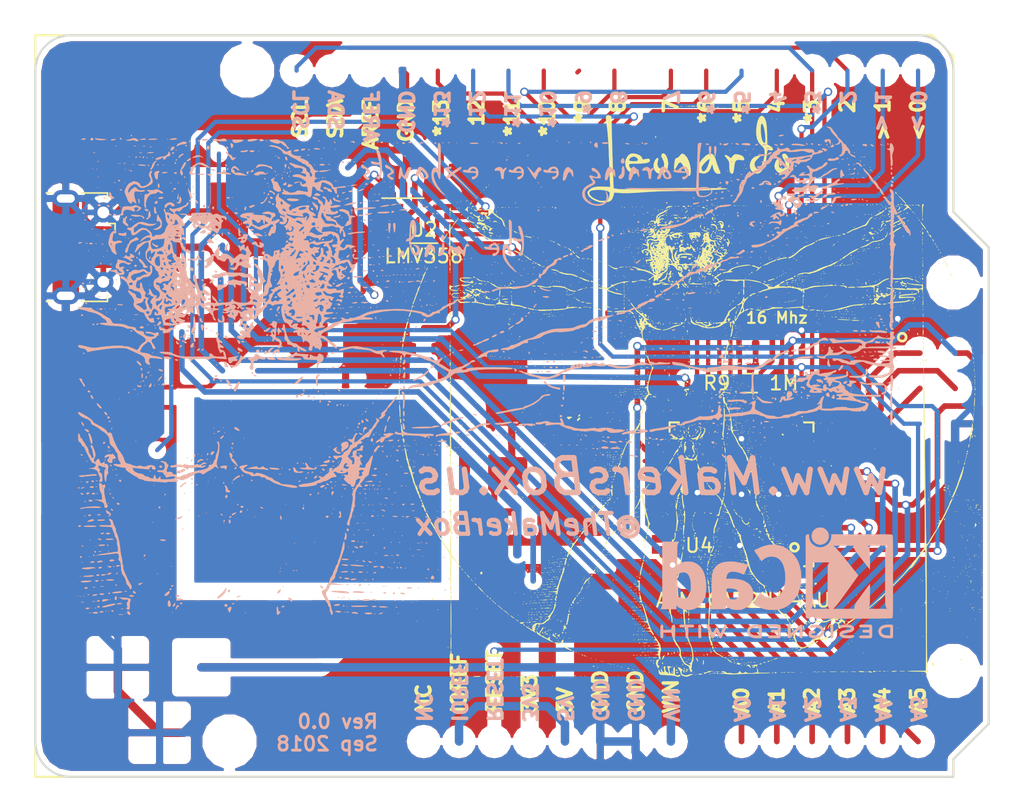
<source format=kicad_pcb>
(kicad_pcb (version 4) (host pcbnew 4.0.7)
  (title_block (title "Beetje 32U4 Blok") (date 2018-08-10) (rev 0.0) (company www.MakersBox.us) (comment 1 648.ken@gmail.com))
  (layers (0 F.Cu signal) (31 B.Cu signal hide) (34 B.Paste user) (35 F.Paste user) (36 B.SilkS user hide) (37 F.SilkS user hide) (38 B.Mask user) (39 F.Mask user) (44 Edge.Cuts user))
  (net 0 "")
  (net 1 GND)
  (net 2 /AREF)
  (net 3 VBUS)
  (net 4 /D4)
  (net 5 /D6)
  (net 6 /D8)
  (net 7 /D13)
  (net 8 /D12)
  (net 9 /D11)
  (net 10 /D10)
  (net 11 /D9)
  (net 12 /D7)
  (net 13 /SCL)
  (net 14 /SDA)
  (net 15 /D1)
  (net 16 /D0)
  (net 17 /A0)
  (net 18 /A1)
  (net 19 /A2)
  (net 20 /A3)
  (net 21 /A4)
  (net 22 /A5)
  (net 23 /SCK)
  (net 24 /MOSI)
  (net 25 /MISO)
  (net 26 /D5)
  (net 27 /RXLED)
  (net 28 /TXLED)
  (net 29 /~RESET)
  (net 30 /D+)
  (net 31 /D-)
  (net 32 "Net-(F1-Pad2)")
  (net 33 +5V)
  (net 34 "Net-(C2-Pad1)")
  (net 35 +3V3)
  (net 36 "Net-(D4-Pad2)")
  (net 37 "Net-(Q1-Pad1)")
  (net 38 "Net-(U4-Pad2)")
  (net 39 "Net-(X1-Pad4)")
  (net 40 "Net-(R6-Pad2)")
  (net 41 "Net-(R7-Pad2)")
  (net 42 "Net-(R9-Pad1)")
  (net 43 "Net-(R9-Pad2)")
  (module footprints:Arduino_Leonardo_Shield (layer F.Cu) (at 106.68 129.54)
    (fp_text reference XA1 hide)
    (fp_text value Arduino_Leonardo_Shield)
  )
  (module footprints:Leo_Front (layer F.Cu) (at 153.67 101.6)
    (fp_text reference G*** hide)
    (fp_text value LOGO hide)
  )
  (module footprints:Leo_back (layer B.Cu) (at 139.7 100.33 180)
    (fp_text reference G*** hide)
    (fp_text value LOGO hide)
  )
  (module footprints:graphic_SDA (layer F.Cu) (at 153.67 85.09)
    (fp_text reference G*** hide)
    (fp_text value LOGO hide)
  )
  (module footprints:Resonator_SMD_CTSC_1.3mmx3.2mm (layer F.Cu) (at 158.496 98.425)
    (fp_text reference Y1 hide)
    (fp_text value "16 Mhz" (at 1.524 -1.905) (layer F.SilkS) (effects (font (size 0.8 0.8))))
    (pad 1 smd rect (at -1.2 0) (size 0.4 1.8) (layers F.Cu F.Paste F.Mask) (net 43 "Net-(R9-Pad2)"))
    (pad 2 smd rect (at 0 0) (size 0.4 1.8) (layers F.Cu F.Paste F.Mask) (net 1 GND))
    (pad 3 smd rect (at 1.2 0) (size 0.4 1.8) (layers F.Cu F.Paste F.Mask) (net 42 "Net-(R9-Pad1)"))
  )
  (module Housings_SSOP:VSSOP-8_3.0x3.0mm_Pitch0.65mm (layer F.Cu) (at 134.62 89.535)
    (fp_text reference U2 (at 0 0.635) (layer F.SilkS))
    (fp_text value LMV358 (at 0 2.54) (layer F.SilkS))
    (pad 1 smd rect (at -2.2 -0.975 270) (size 0.45 1.45) (layers F.Cu F.Paste F.Mask) (net 37 "Net-(Q1-Pad1)"))
    (pad 2 smd rect (at -2.2 -0.325 270) (size 0.45 1.45) (layers F.Cu F.Paste F.Mask) (net 35 +3V3))
    (pad 3 smd rect (at -2.2 0.325 270) (size 0.45 1.45) (layers F.Cu F.Paste F.Mask) (net 34 "Net-(C2-Pad1)"))
    (pad 4 smd rect (at -2.2 0.975 270) (size 0.45 1.45) (layers F.Cu F.Paste F.Mask) (net 1 GND))
    (pad 5 smd rect (at 2.2 0.975 270) (size 0.45 1.45) (layers F.Cu F.Paste F.Mask) (net 7 /D13))
    (pad 6 smd rect (at 2.2 0.325 270) (size 0.45 1.45) (layers F.Cu F.Paste F.Mask) (net 36 "Net-(D4-Pad2)"))
    (pad 7 smd rect (at 2.2 -0.325 270) (size 0.45 1.45) (layers F.Cu F.Paste F.Mask) (net 36 "Net-(D4-Pad2)"))
    (pad 8 smd rect (at 2.2 -0.975 270) (size 0.45 1.45) (layers F.Cu F.Paste F.Mask) (net 33 +5V))
  )
  (module footprints:TQFP-44_10x10mm_Pitch0.8mm (layer F.Cu) (at 157.48 109.22 180)
    (fp_text reference U4 (at 3.048 -3.683 180) (layer F.SilkS))
    (fp_text value ATMEGA32U4-AU (at -0.127 -7.62 180) (layer F.SilkS))
    (pad 1 smd rect (at -5.7 -4 180) (size 1.5 0.55) (layers F.Cu F.Paste F.Mask) (net 12 /D7))
    (pad 2 smd rect (at -5.7 -3.2 180) (size 1.5 0.55) (layers F.Cu F.Paste F.Mask) (net 38 "Net-(U4-Pad2)"))
    (pad 3 smd rect (at -5.7 -2.4 180) (size 1.5 0.55) (layers F.Cu F.Paste F.Mask) (net 31 /D-))
    (pad 4 smd rect (at -5.7 -1.6 180) (size 1.5 0.55) (layers F.Cu F.Paste F.Mask) (net 30 /D+))
    (pad 5 smd rect (at -5.7 -0.8 180) (size 1.5 0.55) (layers F.Cu F.Paste F.Mask) (net 1 GND))
    (pad 6 smd rect (at -5.7 0 180) (size 1.5 0.55) (layers F.Cu F.Paste F.Mask) (net 33 +5V))
    (pad 7 smd rect (at -5.7 0.8 180) (size 1.5 0.55) (layers F.Cu F.Paste F.Mask) (net 3 VBUS))
    (pad 8 smd rect (at -5.7 1.6 180) (size 1.5 0.55) (layers F.Cu F.Paste F.Mask) (net 27 /RXLED))
    (pad 9 smd rect (at -5.7 2.4 180) (size 1.5 0.55) (layers F.Cu F.Paste F.Mask) (net 23 /SCK))
    (pad 10 smd rect (at -5.7 3.2 180) (size 1.5 0.55) (layers F.Cu F.Paste F.Mask) (net 24 /MOSI))
    (pad 11 smd rect (at -5.7 4 180) (size 1.5 0.55) (layers F.Cu F.Paste F.Mask) (net 25 /MISO))
    (pad 12 smd rect (at -4 5.7 270) (size 1.5 0.55) (layers F.Cu F.Paste F.Mask) (net 9 /D11))
    (pad 13 smd rect (at -3.2 5.7 270) (size 1.5 0.55) (layers F.Cu F.Paste F.Mask) (net 29 /~RESET))
    (pad 14 smd rect (at -2.4 5.7 270) (size 1.5 0.55) (layers F.Cu F.Paste F.Mask) (net 33 +5V))
    (pad 15 smd rect (at -1.6 5.7 270) (size 1.5 0.55) (layers F.Cu F.Paste F.Mask) (net 1 GND))
    (pad 16 smd rect (at -0.8 5.7 270) (size 1.5 0.55) (layers F.Cu F.Paste F.Mask) (net 42 "Net-(R9-Pad1)"))
    (pad 17 smd rect (at 0 5.7 270) (size 1.5 0.55) (layers F.Cu F.Paste F.Mask) (net 43 "Net-(R9-Pad2)"))
    (pad 18 smd rect (at 0.8 5.7 270) (size 1.5 0.55) (layers F.Cu F.Paste F.Mask) (net 13 /SCL))
    (pad 19 smd rect (at 1.6 5.7 270) (size 1.5 0.55) (layers F.Cu F.Paste F.Mask) (net 14 /SDA))
    (pad 20 smd rect (at 2.4 5.7 270) (size 1.5 0.55) (layers F.Cu F.Paste F.Mask) (net 16 /D0))
    (pad 21 smd rect (at 3.2 5.7 270) (size 1.5 0.55) (layers F.Cu F.Paste F.Mask) (net 15 /D1))
    (pad 22 smd rect (at 4 5.7 270) (size 1.5 0.55) (layers F.Cu F.Paste F.Mask) (net 28 /TXLED))
    (pad 23 smd rect (at 5.7 4 180) (size 1.5 0.55) (layers F.Cu F.Paste F.Mask) (net 1 GND))
    (pad 24 smd rect (at 5.7 3.2 180) (size 1.5 0.55) (layers F.Cu F.Paste F.Mask) (net 33 +5V))
    (pad 25 smd rect (at 5.7 2.4 180) (size 1.5 0.55) (layers F.Cu F.Paste F.Mask) (net 4 /D4))
    (pad 26 smd rect (at 5.7 1.6 180) (size 1.5 0.55) (layers F.Cu F.Paste F.Mask) (net 8 /D12))
    (pad 27 smd rect (at 5.7 0.8 180) (size 1.5 0.55) (layers F.Cu F.Paste F.Mask) (net 5 /D6))
    (pad 28 smd rect (at 5.7 0 180) (size 1.5 0.55) (layers F.Cu F.Paste F.Mask) (net 6 /D8))
    (pad 29 smd rect (at 5.7 -0.8 180) (size 1.5 0.55) (layers F.Cu F.Paste F.Mask) (net 11 /D9))
    (pad 30 smd rect (at 5.7 -1.6 180) (size 1.5 0.55) (layers F.Cu F.Paste F.Mask) (net 10 /D10))
    (pad 31 smd rect (at 5.7 -2.4 180) (size 1.5 0.55) (layers F.Cu F.Paste F.Mask) (net 26 /D5))
    (pad 32 smd rect (at 5.7 -3.2 180) (size 1.5 0.55) (layers F.Cu F.Paste F.Mask) (net 7 /D13))
    (pad 33 smd rect (at 5.7 -4 180) (size 1.5 0.55) (layers F.Cu F.Paste F.Mask) (net 33 +5V))
    (pad 34 smd rect (at 4 -5.7 270) (size 1.5 0.55) (layers F.Cu F.Paste F.Mask) (net 33 +5V))
    (pad 35 smd rect (at 3.2 -5.7 270) (size 1.5 0.55) (layers F.Cu F.Paste F.Mask) (net 1 GND))
    (pad 36 smd rect (at 2.4 -5.7 270) (size 1.5 0.55) (layers F.Cu F.Paste F.Mask) (net 17 /A0))
    (pad 37 smd rect (at 1.6 -5.7 270) (size 1.5 0.55) (layers F.Cu F.Paste F.Mask) (net 18 /A1))
    (pad 38 smd rect (at 0.8 -5.7 270) (size 1.5 0.55) (layers F.Cu F.Paste F.Mask) (net 19 /A2))
    (pad 39 smd rect (at 0 -5.7 270) (size 1.5 0.55) (layers F.Cu F.Paste F.Mask) (net 20 /A3))
    (pad 40 smd rect (at -0.8 -5.7 270) (size 1.5 0.55) (layers F.Cu F.Paste F.Mask) (net 21 /A4))
    (pad 41 smd rect (at -1.6 -5.7 270) (size 1.5 0.55) (layers F.Cu F.Paste F.Mask) (net 22 /A5))
    (pad 42 smd rect (at -2.4 -5.7 270) (size 1.5 0.55) (layers F.Cu F.Paste F.Mask) (net 2 /AREF))
    (pad 43 smd rect (at -3.2 -5.7 270) (size 1.5 0.55) (layers F.Cu F.Paste F.Mask) (net 1 GND))
    (pad 44 smd rect (at -4 -5.7 270) (size 1.5 0.55) (layers F.Cu F.Paste F.Mask) (net 33 +5V))
  )
  (module footprints:USB_Micro-B_Molex-105017-0001 (layer F.Cu) (at 109.22 91.44 270)
    (fp_text reference X1 hide)
    (fp_text value USB_OTG)
    (pad 6 smd rect (at 1 0.35 270) (size 1.5 1.9) (layers F.Cu F.Paste F.Mask) (net 1 GND))
    (pad 6 thru_hole circle (at -2.5 -2.35 270) (size 1.45 1.45) (drill 0.85) (layers *.Cu *.Mask) (net 1 GND))
    (pad 2 smd rect (at -0.65 -2.35 270) (size 0.4 1.35) (layers F.Cu F.Paste F.Mask) (net 41 "Net-(R7-Pad2)"))
    (pad 1 smd rect (at -1.3 -2.35 270) (size 0.4 1.35) (layers F.Cu F.Paste F.Mask) (net 32 "Net-(F1-Pad2)"))
    (pad 5 smd rect (at 1.3 -2.35 270) (size 0.4 1.35) (layers F.Cu F.Paste F.Mask) (net 1 GND))
    (pad 4 smd rect (at 0.65 -2.35 270) (size 0.4 1.35) (layers F.Cu F.Paste F.Mask) (net 39 "Net-(X1-Pad4)"))
    (pad 3 smd rect (at 0 -2.35 270) (size 0.4 1.35) (layers F.Cu F.Paste F.Mask) (net 40 "Net-(R6-Pad2)"))
    (pad 6 thru_hole circle (at 2.5 -2.35 270) (size 1.45 1.45) (drill 0.85) (layers *.Cu *.Mask) (net 1 GND))
    (pad 6 smd rect (at -1 0.35 270) (size 1.5 1.9) (layers F.Cu F.Paste F.Mask) (net 1 GND))
    (pad 6 thru_hole oval (at -3.5 0.35 90) (size 1.2 1.9) (drill oval 0.6 1.3) (layers *.Cu *.Mask) (net 1 GND))
    (pad 6 thru_hole oval (at 3.5 0.35 270) (size 1.2 1.9) (drill oval 0.6 1.3) (layers *.Cu *.Mask) (net 1 GND))
    (pad 6 smd rect (at 2.9 0.35 270) (size 1.2 1.9) (layers F.Cu F.Mask) (net 1 GND))
    (pad 6 smd rect (at -2.9 0.35 270) (size 1.2 1.9) (layers F.Cu F.Mask) (net 1 GND))
  )
  (module Resistors_SMD:R_0603 (layer F.Cu) (at 158.115 101.219 180)
    (fp_text reference R9 (at 2.413 0 180) (layer F.SilkS))
    (fp_text value 1M (at -2.413 0 180) (layer F.SilkS))
    (pad 1 smd rect (at -0.75 0 180) (size 0.5 0.9) (layers F.Cu F.Paste F.Mask) (net 42 "Net-(R9-Pad1)"))
    (pad 2 smd rect (at 0.75 0 180) (size 0.5 0.9) (layers F.Cu F.Paste F.Mask) (net 43 "Net-(R9-Pad2)"))
  )
  (module Symbols:KiCad-Logo2_8mm_SilkScreen (layer B.Cu) (at 160.02 115.57 180)
    (fp_text reference REF*** hide)
    (fp_text value KiCad-Logo2_8mm_SilkScreen hide)
  )
  (module footprints:graphic_SDA (layer B.Cu) (at 142.875 88.646 180)
    (fp_text reference G*** hide)
    (fp_text value LOGO hide)
  )
  (gr_circle (center 169.037 97.917) (end 168.91 97.663) (layer F.SilkS) (width 0.2))
  (gr_text SCL (at 125.73 80.01 270) (layer B.SilkS) (effects (font (size 1 1) (thickness 0.25)) (justify right mirror)))
  (gr_text SDA (at 128.27 80.01 270) (layer B.SilkS) (effects (font (size 1 1) (thickness 0.25)) (justify right mirror)))
  (gr_text AREF (at 130.81 80.01 270) (layer B.SilkS) (effects (font (size 1 1) (thickness 0.25)) (justify right mirror)))
  (gr_text GND (at 133.35 80.01 270) (layer B.SilkS) (effects (font (size 1 1) (thickness 0.25)) (justify right mirror)))
  (gr_text *13 (at 135.89 80.01 270) (layer B.SilkS) (effects (font (size 1 1) (thickness 0.25)) (justify right mirror)))
  (gr_text 12 (at 138.43 80.01 270) (layer B.SilkS) (effects (font (size 1 1) (thickness 0.25)) (justify right mirror)))
  (gr_text *11 (at 140.97 80.01 270) (layer B.SilkS) (effects (font (size 1 1) (thickness 0.25)) (justify right mirror)))
  (gr_text *10 (at 143.51 80.01 270) (layer B.SilkS) (effects (font (size 1 1) (thickness 0.25)) (justify right mirror)))
  (gr_text *9 (at 146.05 80.01 270) (layer B.SilkS) (effects (font (size 1 1) (thickness 0.25)) (justify right mirror)))
  (gr_text 8 (at 148.59 80.01 270) (layer B.SilkS) (effects (font (size 1 1) (thickness 0.25)) (justify right mirror)))
  (gr_text 7 (at 152.4 80.01 270) (layer B.SilkS) (effects (font (size 1 1) (thickness 0.25)) (justify right mirror)))
  (gr_text *6 (at 154.94 80.01 270) (layer B.SilkS) (effects (font (size 1 1) (thickness 0.25)) (justify right mirror)))
  (gr_text *5 (at 157.48 80.01 270) (layer B.SilkS) (effects (font (size 1 1) (thickness 0.25)) (justify right mirror)))
  (gr_text 4 (at 160.02 80.01 270) (layer B.SilkS) (effects (font (size 1 1) (thickness 0.25)) (justify right mirror)))
  (gr_text *3 (at 162.56 80.01 270) (layer B.SilkS) (effects (font (size 1 1) (thickness 0.25)) (justify right mirror)))
  (gr_text 2 (at 165.1 80.01 270) (layer B.SilkS) (effects (font (size 1 1) (thickness 0.25)) (justify right mirror)))
  (gr_text "> 1" (at 167.64 80.01 270) (layer B.SilkS) (effects (font (size 1 1) (thickness 0.25)) (justify right mirror)))
  (gr_text "< 0" (at 170.18 80.01 270) (layer B.SilkS) (effects (font (size 1 1) (thickness 0.25)) (justify right mirror)))
  (gr_text A5 (at 170.18 125.73 270) (layer B.SilkS) (effects (font (size 1 1) (thickness 0.25)) (justify left mirror)))
  (gr_text A4 (at 167.64 125.73 270) (layer B.SilkS) (effects (font (size 1 1) (thickness 0.25)) (justify left mirror)))
  (gr_text A3 (at 165.1 125.73 270) (layer B.SilkS) (effects (font (size 1 1) (thickness 0.25)) (justify left mirror)))
  (gr_text A2 (at 162.56 125.73 270) (layer B.SilkS) (effects (font (size 1 1) (thickness 0.25)) (justify left mirror)))
  (gr_text A1 (at 160.02 125.73 270) (layer B.SilkS) (effects (font (size 1 1) (thickness 0.25)) (justify left mirror)))
  (gr_text A0 (at 157.48 125.73 270) (layer B.SilkS) (effects (font (size 1 1) (thickness 0.25)) (justify left mirror)))
  (gr_text VIN (at 152.4 125.73 270) (layer B.SilkS) (effects (font (size 1 1) (thickness 0.25)) (justify left mirror)))
  (gr_text GND (at 149.86 125.73 270) (layer B.SilkS) (effects (font (size 1 1) (thickness 0.25)) (justify left mirror)))
  (gr_text GND (at 147.32 125.73 270) (layer B.SilkS) (effects (font (size 1 1) (thickness 0.25)) (justify left mirror)))
  (gr_text 5V (at 144.78 125.73 270) (layer B.SilkS) (effects (font (size 1 1) (thickness 0.25)) (justify left mirror)))
  (gr_text 3V3 (at 142.24 125.73 270) (layer B.SilkS) (effects (font (size 1 1) (thickness 0.25)) (justify left mirror)))
  (gr_text RESET (at 139.7 125.73 270) (layer B.SilkS) (effects (font (size 1 1) (thickness 0.25)) (justify left mirror)))
  (gr_text IOREF (at 137.16 125.73 270) (layer B.SilkS) (effects (font (size 1 1) (thickness 0.25)) (justify left mirror)))
  (gr_text NC (at 134.62 125.73 270) (layer B.SilkS) (effects (font (size 1 1) (thickness 0.25)) (justify left mirror)))
  (gr_text NC (at 134.62 125.095 90) (layer F.SilkS) (effects (font (size 1 1) (thickness 0.25)) (justify left)))
  (gr_text "Rev 0.0\nSep 2018" (at 131.445 126.365) (layer B.SilkS) (effects (font (size 1 1) (thickness 0.2)) (justify left mirror)))
  (gr_text @TheMakerBox (at 142.24 111.379) (layer B.SilkS) (effects (font (size 1.5 1.5) (thickness 0.3) italic) (justify mirror)))
  (gr_text www.MakersBox.us (at 151.13 107.95) (layer B.SilkS) (effects (font (size 2.5 2.5) (thickness 0.4) italic) (justify mirror)))
  (gr_line (start 109.22 76.2) (end 170.18 76.2) (angle 90) (layer Edge.Cuts) (width 0.15))
  (gr_line (start 106.68 127) (end 106.68 78.74) (angle 90) (layer Edge.Cuts) (width 0.15))
  (gr_line (start 172.72 129.54) (end 109.22 129.54) (angle 90) (layer Edge.Cuts) (width 0.15))
  (gr_line (start 172.72 128.27) (end 172.72 129.54) (angle 90) (layer Edge.Cuts) (width 0.15))
  (gr_line (start 175.26 125.73) (end 172.72 128.27) (angle 90) (layer Edge.Cuts) (width 0.15))
  (gr_line (start 175.26 91.44) (end 175.26 125.73) (angle 90) (layer Edge.Cuts) (width 0.15))
  (gr_line (start 172.72 88.9) (end 175.26 91.44) (angle 90) (layer Edge.Cuts) (width 0.15))
  (gr_line (start 172.72 78.74) (end 172.72 88.9) (angle 90) (layer Edge.Cuts) (width 0.15))
  (gr_arc (start 170.18 78.74) (end 170.18 76.2) (angle 90) (layer Edge.Cuts) (width 0.15))
  (gr_arc (start 109.22 127) (end 109.22 129.54) (angle 90) (layer Edge.Cuts) (width 0.15))
  (gr_arc (start 109.22 78.74) (end 106.68 78.74) (angle 90) (layer Edge.Cuts) (width 0.15))
  (gr_text A5 (at 170.18 125.095 90) (layer F.SilkS) (effects (font (size 1 1) (thickness 0.25)) (justify left)))
  (gr_text A4 (at 167.64 125.095 90) (layer F.SilkS) (effects (font (size 1 1) (thickness 0.25)) (justify left)))
  (gr_text A3 (at 165.1 125.095 90) (layer F.SilkS) (effects (font (size 1 1) (thickness 0.25)) (justify left)))
  (gr_text A2 (at 162.56 125.095 90) (layer F.SilkS) (effects (font (size 1 1) (thickness 0.25)) (justify left)))
  (gr_text A1 (at 160.02 125.095 90) (layer F.SilkS) (effects (font (size 1 1) (thickness 0.25)) (justify left)))
  (gr_text A0 (at 157.48 125.095 90) (layer F.SilkS) (effects (font (size 1 1) (thickness 0.25)) (justify left)))
  (gr_text VIN (at 152.4 125.095 90) (layer F.SilkS) (effects (font (size 1 1) (thickness 0.25)) (justify left)))
  (gr_text GND (at 149.86 125.095 90) (layer F.SilkS) (effects (font (size 1 1) (thickness 0.25)) (justify left)))
  (gr_text GND (at 147.32 125.095 90) (layer F.SilkS) (effects (font (size 1 1) (thickness 0.25)) (justify left)))
  (gr_text 3V3 (at 142.24 125.095 90) (layer F.SilkS) (effects (font (size 1 1) (thickness 0.25)) (justify left)))
  (gr_text RESET (at 139.7 125.095 90) (layer F.SilkS) (effects (font (size 1 1) (thickness 0.25)) (justify left)))
  (gr_text 5V (at 144.78 125.095 90) (layer F.SilkS) (effects (font (size 1 1) (thickness 0.25)) (justify left)))
  (gr_text IOREF (at 137.16 125.095 90) (layer F.SilkS) (effects (font (size 1 1) (thickness 0.25)) (justify left)))
  (gr_text "< 0" (at 170.18 80.645 90) (layer F.SilkS) (effects (font (size 1 1) (thickness 0.25)) (justify right)))
  (gr_text "> 1" (at 167.64 80.645 90) (layer F.SilkS) (effects (font (size 1 1) (thickness 0.25)) (justify right)))
  (gr_text 2 (at 165.1 80.645 90) (layer F.SilkS) (effects (font (size 1 1) (thickness 0.25)) (justify right)))
  (gr_text *3 (at 162.56 80.645 90) (layer F.SilkS) (effects (font (size 1 1) (thickness 0.25)) (justify right)))
  (gr_text 4 (at 160.02 80.645 90) (layer F.SilkS) (effects (font (size 1 1) (thickness 0.25)) (justify right)))
  (gr_text *5 (at 157.48 80.645 90) (layer F.SilkS) (effects (font (size 1 1) (thickness 0.25)) (justify right)))
  (gr_text *6 (at 154.94 80.645 90) (layer F.SilkS) (effects (font (size 1 1) (thickness 0.25)) (justify right)))
  (gr_text 7 (at 152.4 80.645 90) (layer F.SilkS) (effects (font (size 1 1) (thickness 0.25)) (justify right)))
  (gr_text 8 (at 148.59 80.645 90) (layer F.SilkS) (effects (font (size 1 1) (thickness 0.25)) (justify right)))
  (gr_text *9 (at 146.05 80.645 90) (layer F.SilkS) (effects (font (size 1 1) (thickness 0.25)) (justify right)))
  (gr_text *10 (at 143.51 80.645 90) (layer F.SilkS) (effects (font (size 1 1) (thickness 0.25)) (justify right)))
  (gr_text *11 (at 140.97 80.645 90) (layer F.SilkS) (effects (font (size 1 1) (thickness 0.25)) (justify right)))
  (gr_text 12 (at 138.43 80.645 90) (layer F.SilkS) (effects (font (size 1 1) (thickness 0.25)) (justify right)))
  (gr_text *13 (at 135.89 80.645 90) (layer F.SilkS) (effects (font (size 1 1) (thickness 0.25)) (justify right)))
  (gr_text GND (at 133.35 80.645 90) (layer F.SilkS) (effects (font (size 1 1) (thickness 0.25)) (justify right)))
  (gr_text AREF (at 130.81 80.645 90) (layer F.SilkS) (effects (font (size 1 1) (thickness 0.25)) (justify right)))
  (gr_text "SDA\n" (at 128.27 80.645 90) (layer F.SilkS) (effects (font (size 1 1) (thickness 0.25)) (justify right)))
  (gr_text SCL (at 125.73 80.645 90) (layer F.SilkS) (effects (font (size 1 1) (thickness 0.25)) (justify right)))
  (gr_circle (center 161.29 113.03) (end 161.163 112.776) (layer F.SilkS) (width 0.2))
  (segment (start 160.909 77.089) (end 162.56 78.74) (width 0.3048) (layer B.Cu) (net 0))
  (segment (start 126.873 77.089) (end 160.909 77.089) (width 0.3048) (layer B.Cu) (net 0))
  (segment (start 125.476 78.486) (end 126.873 77.089) (width 0.3048) (layer B.Cu) (net 0))
  (segment (start 125.476 78.74) (end 125.476 78.486) (width 0.3048) (layer B.Cu) (net 0))
  (segment (start 129.159 77.089) (end 163.449 77.089) (width 0.3048) (layer F.Cu) (net 0))
  (segment (start 163.449 77.089) (end 165.1 78.74) (width 0.3048) (layer F.Cu) (net 0))
  (segment (start 144.78 127) (end 144.78 125.73) (width 0.6096) (layer B.Cu) (net 0))
  (segment (start 137.16 125.73) (end 137.16 127) (width 0.6096) (layer B.Cu) (net 0))
  (segment (start 138.43 124.46) (end 137.16 125.73) (width 0.6096) (layer B.Cu) (net 0))
  (segment (start 143.51 124.46) (end 138.43 124.46) (width 0.6096) (layer B.Cu) (net 0))
  (segment (start 144.78 125.73) (end 143.51 124.46) (width 0.6096) (layer B.Cu) (net 0))
  (segment (start 118.618 121.666) (end 149.606 121.666) (width 0.6096) (layer B.Cu) (net 0))
  (segment (start 152.4 124.46) (end 152.4 127) (width 0.6096) (layer B.Cu) (net 0))
  (segment (start 149.606 121.666) (end 152.4 124.46) (width 0.6096) (layer B.Cu) (net 0))
  (segment (start 115.618 126.366) (end 117.347 126.366) (width 0.6096) (layer F.Cu) (net 0))
  (segment (start 117.347 126.366) (end 119.253 124.46) (width 0.6096) (layer F.Cu) (net 0))
  (segment (start 119.253 124.46) (end 129.56 124.46) (width 0.6096) (layer F.Cu) (net 0))
  (segment (start 115.618 126.366) (end 116.966 126.366) (width 0.6096) (layer F.Cu) (net 0))
  (segment (start 112.618 121.666) (end 112.618 123.366) (width 0.6096) (layer F.Cu) (net 0))
  (segment (start 112.618 123.366) (end 115.618 126.366) (width 0.6096) (layer F.Cu) (net 0))
  (segment (start 160.02 78.74) (end 160.02 80.391) (width 0.3048) (layer F.Cu) (net 0))
  (segment (start 149.098 96.901) (end 149.098 97.282) (width 0.3048) (layer F.Cu) (net 0))
  (segment (start 149.733 96.266) (end 149.098 96.901) (width 0.3048) (layer F.Cu) (net 0))
  (segment (start 149.733 83.058) (end 149.733 96.266) (width 0.3048) (layer F.Cu) (net 0))
  (segment (start 151.13 81.661) (end 149.733 83.058) (width 0.3048) (layer F.Cu) (net 0))
  (segment (start 158.75 81.661) (end 151.13 81.661) (width 0.3048) (layer F.Cu) (net 0))
  (segment (start 160.02 80.391) (end 158.75 81.661) (width 0.3048) (layer F.Cu) (net 0))
  (segment (start 154.94 78.74) (end 154.94 80.264) (width 0.3048) (layer F.Cu) (net 0))
  (segment (start 147.828 96.266) (end 147.828 96.139) (width 0.3048) (layer F.Cu) (net 0))
  (segment (start 148.209 95.758) (end 147.828 96.139) (width 0.3048) (layer F.Cu) (net 0))
  (segment (start 148.209 82.55) (end 148.209 95.758) (width 0.3048) (layer F.Cu) (net 0))
  (segment (start 149.609198 81.149802) (end 148.209 82.55) (width 0.3048) (layer F.Cu) (net 0))
  (segment (start 154.054198 81.149802) (end 149.609198 81.149802) (width 0.3048) (layer F.Cu) (net 0))
  (segment (start 154.94 80.264) (end 154.054198 81.149802) (width 0.3048) (layer F.Cu) (net 0))
  (segment (start 148.336 80.137) (end 148.336 78.74) (width 0.3048) (layer F.Cu) (net 0))
  (segment (start 146.558 81.915) (end 148.336 80.137) (width 0.3048) (layer F.Cu) (net 0))
  (segment (start 138.176 78.74) (end 138.176 80.899) (width 0.3048) (layer B.Cu) (net 0))
  (segment (start 148.971 82.804) (end 148.971 85.979) (width 0.3048) (layer F.Cu) (net 0))
  (segment (start 149.733 82.042) (end 148.971 82.804) (width 0.3048) (layer F.Cu) (net 0))
  (via (at 149.733 82.042) (size 0.6) (drill 0.4) (layers F.Cu B.Cu) (net 0))
  (segment (start 139.319 82.042) (end 149.733 82.042) (width 0.3048) (layer B.Cu) (net 0))
  (segment (start 138.176 80.899) (end 139.319 82.042) (width 0.3048) (layer B.Cu) (net 0))
  (segment (start 148.463 96.647) (end 148.463 96.52) (width 0.3048) (layer F.Cu) (net 0))
  (segment (start 148.971 96.012) (end 148.971 85.979) (width 0.3048) (layer F.Cu) (net 0))
  (segment (start 148.463 96.52) (end 148.971 96.012) (width 0.3048) (layer F.Cu) (net 0))
  (segment (start 143.256 80.264) (end 143.256 78.74) (width 0.3048) (layer F.Cu) (net 0))
  (segment (start 145.034 82.042) (end 143.256 80.264) (width 0.3048) (layer F.Cu) (net 0))
  (segment (start 145.669 78.867) (end 145.796 78.74) (width 0.3048) (layer F.Cu) (net 0))
  (segment (start 144.399 84.836) (end 144.399 82.804) (width 0.3048) (layer F.Cu) (net 0))
  (segment (start 156.337 80.264) (end 157.48 79.121) (width 0.3048) (layer B.Cu) (net 0))
  (segment (start 153.924 80.264) (end 156.337 80.264) (width 0.3048) (layer B.Cu) (net 0))
  (segment (start 141.859 80.264) (end 153.924 80.264) (width 0.3048) (layer B.Cu) (net 0))
  (via (at 141.859 80.264) (size 0.6) (drill 0.4) (layers F.Cu B.Cu) (net 0))
  (segment (start 144.399 82.804) (end 141.859 80.264) (width 0.3048) (layer F.Cu) (net 0))
  (segment (start 157.48 79.121) (end 157.48 78.74) (width 0.3048) (layer B.Cu) (net 0))
  (segment (start 136.525 105.41) (end 141.351 110.236) (width 0.6096) (layer B.Cu) (net 0))
  (segment (start 141.351 110.236) (end 141.351 113.538) (width 0.6096) (layer B.Cu) (net 0))
  (segment (start 127 105.41) (end 127.635 104.775) (width 0.6096) (layer B.Cu) (net 0))
  (segment (start 127.635 104.775) (end 132.715 104.775) (width 0.6096) (layer B.Cu) (net 0))
  (segment (start 127 109.22) (end 127 106.172) (width 0.6096) (layer B.Cu) (net 0))
  (segment (start 127 106.172) (end 127 105.41) (width 0.6096) (layer B.Cu) (net 0))
  (segment (start 135.89 104.775) (end 132.715 104.775) (width 0.6096) (layer B.Cu) (net 0))
  (segment (start 136.525 105.41) (end 135.89 104.775) (width 0.6096) (layer B.Cu) (net 0))
  (segment (start 127.254 113.03) (end 132.715 113.03) (width 0.6096) (layer B.Cu) (net 0))
  (segment (start 121.285 109.22) (end 121.285 106.045) (width 0.6096) (layer B.Cu) (net 0))
  (segment (start 123.952 113.03) (end 127.254 113.03) (width 0.6096) (layer B.Cu) (net 0))
  (segment (start 123.85 106.172) (end 123.952 106.172) (width 0.6096) (layer B.Cu) (net 0))
  (segment (start 107.569 106.045) (end 107.569 110.189) (width 0.4064) (layer F.Cu) (net 0))
  (segment (start 118.618 121.666) (end 127.254 121.666) (width 0.6096) (layer F.Cu) (net 0))
  (segment (start 142.494 112.014) (end 142.494 115.443) (width 0.4064) (layer B.Cu) (net 0))
  (segment (start 142.24 111.76) (end 142.494 112.014) (width 0.4064) (layer B.Cu) (net 0))
  (segment (start 133.37 84.455) (end 133.37 79.014) (width 0.4064) (layer F.Cu) (net 0))
  (segment (start 133.37 79.014) (end 133.096 78.74) (width 0.4064) (layer F.Cu) (net 0))
  (segment (start 134.62 94.535) (end 136.699 94.535) (width 0.6096) (layer F.Cu) (net 0))
  (segment (start 133.176 94.535) (end 134.62 94.535) (width 0.6096) (layer F.Cu) (net 0))
  (segment (start 132.334 95.377) (end 133.176 94.535) (width 0.6096) (layer F.Cu) (net 0))
  (segment (start 134.62 97.235) (end 136.318 97.235) (width 0.4064) (layer F.Cu) (net 0))
  (segment (start 136.318 97.235) (end 136.906 96.647) (width 0.4064) (layer F.Cu) (net 0))
  (segment (start 133.096 85.598) (end 133.096 87.757) (width 0.4064) (layer B.Cu) (net 0))
  (segment (start 133.096 87.757) (end 136.906 91.567) (width 0.4064) (layer B.Cu) (net 0))
  (segment (start 136.906 91.567) (end 136.906 96.647) (width 0.4064) (layer B.Cu) (net 0))
  (via (at 136.906 96.647) (size 0.6) (drill 0.4) (layers F.Cu B.Cu) (net 0))
  (segment (start 131.953 84.455) (end 133.096 85.598) (width 0.4064) (layer B.Cu) (net 0))
  (segment (start 130.429 84.455) (end 131.953 84.455) (width 0.4064) (layer B.Cu) (net 0))
  (segment (start 129.159 85.725) (end 130.429 84.455) (width 0.4064) (layer B.Cu) (net 0))
  (segment (start 136.906 96.647) (end 136.859 96.6) (width 0.4064) (layer F.Cu) (net 0))
  (segment (start 157.48 109.22) (end 160.147 109.22) (width 0.4064) (layer F.Cu) (net 1))
  (via (at 157.48 109.22) (size 0.6) (drill 0.4) (layers F.Cu B.Cu) (net 1))
  (via (at 160.147 109.22) (size 0.6) (drill 0.4) (layers F.Cu B.Cu) (net 1))
  (segment (start 157.48 109.22) (end 154.432 109.22) (width 0.4064) (layer F.Cu) (net 1))
  (via (at 154.305 109.093) (size 0.6) (drill 0.4) (layers F.Cu B.Cu) (net 1))
  (segment (start 154.432 109.22) (end 154.305 109.093) (width 0.4064) (layer F.Cu) (net 1))
  (segment (start 157.48 109.22) (end 157.48 105.22) (width 0.4064) (layer F.Cu) (net 1))
  (segment (start 157.353 109.347) (end 157.48 109.22) (width 0.4064) (layer F.Cu) (net 1))
  (via (at 157.353 112.903) (size 0.6) (drill 0.4) (layers F.Cu B.Cu) (net 1))
  (segment (start 157.353 112.903) (end 157.353 109.347) (width 0.4064) (layer F.Cu) (net 1))
  (segment (start 157.48 105.22) (end 157.48 105.283) (width 0.4064) (layer B.Cu) (net 1))
  (via (at 157.48 105.22) (size 0.6) (drill 0.4) (layers F.Cu B.Cu) (net 1))
  (segment (start 154.28 114.92) (end 154.28 116.738) (width 0.4064) (layer F.Cu) (net 1))
  (segment (start 154.28 116.738) (end 153.448 117.57) (width 0.4064) (layer F.Cu) (net 1))
  (segment (start 111.57 88.94) (end 117.054 88.94) (width 0.4064) (layer B.Cu) (net 1))
  (segment (start 117.475 83.439) (end 119.38 81.534) (width 0.4064) (layer B.Cu) (net 1))
  (segment (start 117.475 88.519) (end 117.475 83.439) (width 0.4064) (layer B.Cu) (net 1))
  (segment (start 117.054 88.94) (end 117.475 88.519) (width 0.4064) (layer B.Cu) (net 1))
  (via (at 168.7195 96.5835) (size 0.6) (drill 0.4) (layers F.Cu B.Cu) (net 1))
  (segment (start 168.7195 96.5835) (end 168.783 96.647) (width 0.3048) (layer F.Cu) (net 1))
  (segment (start 160.782 97.409) (end 160.655 97.409) (width 0.3048) (layer F.Cu) (net 1))
  (segment (start 159.004 96.901) (end 158.496 97.409) (width 0.3048) (layer F.Cu) (net 1))
  (segment (start 160.147 96.901) (end 159.004 96.901) (width 0.3048) (layer F.Cu) (net 1))
  (segment (start 160.655 97.409) (end 160.147 96.901) (width 0.3048) (layer F.Cu) (net 1))
  (segment (start 161.798 97.409) (end 160.782 97.409) (width 0.3048) (layer F.Cu) (net 1))
  (segment (start 169.418 95.885) (end 168.7195 96.5835) (width 0.4064) (layer B.Cu) (net 1))
  (segment (start 168.7195 96.5835) (end 167.894 97.409) (width 0.4064) (layer B.Cu) (net 1))
  (segment (start 167.894 97.409) (end 161.798 97.409) (width 0.4064) (layer B.Cu) (net 1))
  (via (at 161.798 97.409) (size 0.6) (drill 0.4) (layers F.Cu B.Cu) (net 1))
  (segment (start 171.196 95.885) (end 172.466 97.155) (width 0.4064) (layer B.Cu) (net 1))
  (segment (start 172.466 97.155) (end 173.482 97.155) (width 0.4064) (layer B.Cu) (net 1))
  (segment (start 173.482 97.155) (end 174.498 98.171) (width 0.4064) (layer B.Cu) (net 1))
  (segment (start 174.498 98.171) (end 174.498 102.489) (width 0.4064) (layer B.Cu) (net 1))
  (segment (start 172.847 104.14) (end 174.498 102.489) (width 0.4064) (layer B.Cu) (net 1))
  (segment (start 171.196 95.885) (end 169.418 95.885) (width 0.4064) (layer B.Cu) (net 1))
  (segment (start 160.782 97.409) (end 160.401 97.79) (width 0.3048) (layer F.Cu) (net 1))
  (segment (start 158.496 98.425) (end 158.496 97.409) (width 0.3048) (layer F.Cu) (net 1))
  (segment (start 160.401 98.298) (end 160.401 97.79) (width 0.3048) (layer F.Cu) (net 1))
  (segment (start 159.08 102.413) (end 159.08 103.52) (width 0.3048) (layer F.Cu) (net 1))
  (segment (start 160.401 101.092) (end 160.401 98.298) (width 0.3048) (layer F.Cu) (net 1))
  (segment (start 159.08 102.413) (end 160.401 101.092) (width 0.3048) (layer F.Cu) (net 1))
  (segment (start 163.18 110.02) (end 167.043 110.02) (width 0.4064) (layer F.Cu) (net 1))
  (segment (start 167.043 110.02) (end 168.148 110.998) (width 0.4064) (layer F.Cu) (net 1))
  (segment (start 168.148 110.998) (end 170.307 110.998) (width 0.4064) (layer F.Cu) (net 1))
  (segment (start 170.307 110.998) (end 172.847 107.823) (width 0.4064) (layer F.Cu) (net 1))
  (segment (start 172.847 107.823) (end 172.847 104.14) (width 0.4064) (layer F.Cu) (net 1))
  (segment (start 149.86 127) (end 149.86 127.762) (width 0.6096) (layer B.Cu) (net 1))
  (segment (start 149.86 127.762) (end 150.749 128.651) (width 0.6096) (layer B.Cu) (net 1))
  (segment (start 150.749 128.651) (end 153.162 128.651) (width 0.6096) (layer B.Cu) (net 1))
  (segment (start 153.162 128.651) (end 157.607 124.206) (width 0.6096) (layer B.Cu) (net 1))
  (segment (start 157.607 124.206) (end 164.465 124.206) (width 0.6096) (layer B.Cu) (net 1))
  (segment (start 164.465 124.206) (end 172.847 115.824) (width 0.6096) (layer B.Cu) (net 1))
  (segment (start 172.847 115.824) (end 172.847 104.14) (width 0.6096) (layer B.Cu) (net 1))
  (segment (start 151.78 105.22) (end 158.559 105.22) (width 0.4064) (layer F.Cu) (net 1))
  (segment (start 158.559 105.22) (end 159.08 104.699) (width 0.4064) (layer F.Cu) (net 1))
  (segment (start 159.08 104.699) (end 159.08 103.52) (width 0.4064) (layer F.Cu) (net 1))
  (segment (start 154.28 114.92) (end 154.28 113.69) (width 0.4064) (layer F.Cu) (net 1))
  (segment (start 160.68 114.071) (end 160.68 114.92) (width 0.4064) (layer F.Cu) (net 1))
  (segment (start 159.512 112.903) (end 160.68 114.071) (width 0.4064) (layer F.Cu) (net 1))
  (segment (start 155.067 112.903) (end 157.353 112.903) (width 0.4064) (layer F.Cu) (net 1))
  (segment (start 157.353 112.903) (end 159.512 112.903) (width 0.4064) (layer F.Cu) (net 1))
  (segment (start 154.28 113.69) (end 155.067 112.903) (width 0.4064) (layer F.Cu) (net 1))
  (segment (start 147.32 127) (end 149.86 127) (width 0.6096) (layer B.Cu) (net 1))
  (segment (start 117.347 126.366) (end 119.253 124.46) (width 0.6096) (layer B.Cu) (net 1))
  (segment (start 147.32 124.079) (end 147.32 127) (width 0.6096) (layer B.Cu) (net 1))
  (segment (start 146.177 122.936) (end 147.32 124.079) (width 0.6096) (layer B.Cu) (net 1))
  (segment (start 125.984 122.936) (end 146.177 122.936) (width 0.6096) (layer B.Cu) (net 1))
  (segment (start 124.46 124.46) (end 125.984 122.936) (width 0.6096) (layer B.Cu) (net 1))
  (segment (start 119.253 124.46) (end 124.46 124.46) (width 0.6096) (layer B.Cu) (net 1))
  (segment (start 133.096 80.518) (end 133.096 78.74) (width 0.4064) (layer B.Cu) (net 1))
  (segment (start 119.38 81.534) (end 132.08 81.534) (width 0.4064) (layer B.Cu) (net 1))
  (segment (start 132.08 81.534) (end 133.096 80.518) (width 0.4064) (layer B.Cu) (net 1))
  (segment (start 112.618 121.666) (end 112.618 120.365) (width 0.6096) (layer B.Cu) (net 1))
  (segment (start 112.618 120.365) (end 108.87 116.617) (width 0.6096) (layer B.Cu) (net 1))
  (segment (start 108.87 116.617) (end 108.87 94.94) (width 0.6096) (layer B.Cu) (net 1))
  (segment (start 108.87 87.94) (end 108.87 86.899) (width 0.4064) (layer F.Cu) (net 1))
  (segment (start 107.569 85.598) (end 107.569 80.511) (width 0.4064) (layer F.Cu) (net 1))
  (segment (start 108.87 86.899) (end 107.569 85.598) (width 0.4064) (layer F.Cu) (net 1))
  (segment (start 111.57 88.94) (end 109.87 88.94) (width 0.4064) (layer B.Cu) (net 1))
  (segment (start 109.87 88.94) (end 108.87 87.94) (width 0.4064) (layer B.Cu) (net 1))
  (segment (start 111.57 93.94) (end 109.87 93.94) (width 0.4064) (layer B.Cu) (net 1))
  (segment (start 109.87 93.94) (end 108.87 94.94) (width 0.4064) (layer B.Cu) (net 1))
  (segment (start 108.87 90.44) (end 108.87 88.54) (width 0.4064) (layer F.Cu) (net 1))
  (segment (start 108.87 88.54) (end 108.87 87.94) (width 0.4064) (layer F.Cu) (net 1))
  (segment (start 108.87 92.44) (end 108.87 90.44) (width 0.4064) (layer F.Cu) (net 1))
  (segment (start 108.87 94.94) (end 108.87 92.44) (width 0.4064) (layer F.Cu) (net 1))
  (segment (start 111.57 92.74) (end 111.57 93.94) (width 0.4064) (layer F.Cu) (net 1))
  (segment (start 112.88 95.25) (end 111.57 93.94) (width 0.4064) (layer F.Cu) (net 1))
  (segment (start 111.57 88.94) (end 112.482 88.94) (width 0.4064) (layer F.Cu) (net 1))
  (segment (start 112.482 88.94) (end 113.792 87.63) (width 0.4064) (layer F.Cu) (net 1))
  (segment (start 159.88 114.92) (end 159.88 115.811) (width 0.3048) (layer F.Cu) (net 2))
  (segment (start 134.366 101.092) (end 152.273 118.999) (width 0.3048) (layer B.Cu) (net 2))
  (segment (start 152.273 118.999) (end 161.798 118.999) (width 0.3048) (layer B.Cu) (net 2))
  (segment (start 161.798 118.999) (end 162.56 118.237) (width 0.3048) (layer B.Cu) (net 2))
  (via (at 162.56 118.237) (size 0.6) (drill 0.4) (layers F.Cu B.Cu) (net 2))
  (segment (start 134.366 101.092) (end 133.731 101.092) (width 0.3048) (layer B.Cu) (net 2))
  (segment (start 162.306 118.237) (end 162.56 118.237) (width 0.3048) (layer F.Cu) (net 2))
  (segment (start 159.88 115.811) (end 162.306 118.237) (width 0.3048) (layer F.Cu) (net 2))
  (segment (start 119.38 101.092) (end 119.38 100.965) (width 0.3048) (layer B.Cu) (net 2))
  (segment (start 119.888 83.185) (end 125.984 83.185) (width 0.3048) (layer B.Cu) (net 2))
  (segment (start 119.126 83.947) (end 119.888 83.185) (width 0.3048) (layer B.Cu) (net 2))
  (segment (start 119.38 100.965) (end 117.983 99.568) (width 0.3048) (layer B.Cu) (net 2))
  (segment (start 117.983 99.568) (end 117.983 90.551) (width 0.3048) (layer B.Cu) (net 2))
  (segment (start 117.983 90.551) (end 119.126 89.408) (width 0.3048) (layer B.Cu) (net 2))
  (segment (start 119.126 89.408) (end 119.126 83.947) (width 0.3048) (layer B.Cu) (net 2))
  (segment (start 133.731 101.092) (end 119.38 101.092) (width 0.3048) (layer B.Cu) (net 2))
  (segment (start 118.872 101.854) (end 134.239 101.854) (width 0.4064) (layer B.Cu) (net 3))
  (segment (start 168.529 113.411) (end 166.37 115.57) (width 0.4064) (layer B.Cu) (net 3))
  (segment (start 168.529 108.458) (end 168.529 113.411) (width 0.4064) (layer B.Cu) (net 3))
  (via (at 168.529 108.458) (size 0.6) (drill 0.4) (layers F.Cu B.Cu) (net 3))
  (segment (start 167.348 108.42) (end 168.529 108.458) (width 0.4064) (layer F.Cu) (net 3))
  (segment (start 163.18 108.42) (end 167.348 108.42) (width 0.4064) (layer F.Cu) (net 3))
  (segment (start 117.221 100.203) (end 117.221 97.536) (width 0.4064) (layer B.Cu) (net 3))
  (segment (start 118.872 101.854) (end 117.221 100.203) (width 0.4064) (layer B.Cu) (net 3))
  (segment (start 162.306 119.634) (end 166.37 115.57) (width 0.4064) (layer B.Cu) (net 3))
  (segment (start 152.019 119.634) (end 162.306 119.634) (width 0.4064) (layer B.Cu) (net 3))
  (segment (start 134.239 101.854) (end 152.019 119.634) (width 0.4064) (layer B.Cu) (net 3))
  (segment (start 150.508 106.82) (end 151.78 106.82) (width 0.3048) (layer F.Cu) (net 4))
  (segment (start 136.82 90.51) (end 141.056 90.51) (width 0.3048) (layer F.Cu) (net 7))
  (segment (start 141.056 90.51) (end 143.51 92.964) (width 0.3048) (layer F.Cu) (net 7))
  (segment (start 143.51 88.392) (end 143.51 83.566) (width 0.3048) (layer F.Cu) (net 7))
  (segment (start 143.51 92.329) (end 143.51 91.567) (width 0.3048) (layer F.Cu) (net 7))
  (segment (start 143.51 88.392) (end 143.51 91.567) (width 0.3048) (layer F.Cu) (net 7))
  (segment (start 135.636 79.629) (end 135.636 78.74) (width 0.3048) (layer F.Cu) (net 7))
  (segment (start 136.398 80.391) (end 135.636 79.629) (width 0.3048) (layer F.Cu) (net 7))
  (segment (start 140.335 80.391) (end 136.398 80.391) (width 0.3048) (layer F.Cu) (net 7))
  (segment (start 143.51 83.566) (end 140.335 80.391) (width 0.3048) (layer F.Cu) (net 7))
  (segment (start 143.51 92.964) (end 143.51 92.329) (width 0.3048) (layer F.Cu) (net 7))
  (segment (start 151.78 107.62) (end 150.165 107.62) (width 0.3048) (layer F.Cu) (net 8))
  (segment (start 140.716 78.74) (end 140.716 80.391) (width 0.3048) (layer B.Cu) (net 9))
  (segment (start 163.449 80.518) (end 163.449 87.376) (width 0.3048) (layer F.Cu) (net 9))
  (segment (start 163.703 80.264) (end 163.449 80.518) (width 0.3048) (layer F.Cu) (net 9))
  (via (at 163.703 80.264) (size 0.6) (drill 0.4) (layers F.Cu B.Cu) (net 9))
  (segment (start 162.687 81.28) (end 163.703 80.264) (width 0.3048) (layer B.Cu) (net 9))
  (segment (start 141.605 81.28) (end 162.687 81.28) (width 0.3048) (layer B.Cu) (net 9))
  (segment (start 140.716 80.391) (end 141.605 81.28) (width 0.3048) (layer B.Cu) (net 9))
  (segment (start 161.48 103.52) (end 161.48 102.934) (width 0.3048) (layer F.Cu) (net 9))
  (segment (start 161.48 102.934) (end 162.56 101.854) (width 0.3048) (layer F.Cu) (net 9))
  (segment (start 163.449 90.424) (end 163.449 87.376) (width 0.3048) (layer F.Cu) (net 9))
  (segment (start 162.56 91.313) (end 163.449 90.424) (width 0.3048) (layer F.Cu) (net 9))
  (segment (start 162.56 101.854) (end 162.56 91.313) (width 0.3048) (layer F.Cu) (net 9))
  (segment (start 163.449 87.376) (end 163.449 86.36) (width 0.3048) (layer F.Cu) (net 9))
  (segment (start 154.051 99.314) (end 148.209 99.314) (width 0.3048) (layer B.Cu) (net 12))
  (segment (start 169.672 102.87) (end 171.196 102.87) (width 0.3048) (layer B.Cu) (net 12))
  (segment (start 171.196 102.87) (end 171.577 103.251) (width 0.3048) (layer B.Cu) (net 12))
  (segment (start 171.577 103.251) (end 171.577 109.728) (width 0.3048) (layer B.Cu) (net 12))
  (segment (start 171.577 109.728) (end 171.577 113.284) (width 0.3048) (layer B.Cu) (net 12))
  (via (at 171.577 113.284) (size 0.6) (drill 0.4) (layers F.Cu B.Cu) (net 12))
  (segment (start 171.577 113.284) (end 171.513 113.22) (width 0.3048) (layer F.Cu) (net 12))
  (segment (start 163.18 113.22) (end 171.513 113.22) (width 0.3048) (layer F.Cu) (net 12))
  (segment (start 154.051 99.314) (end 165.227 99.314) (width 0.3048) (layer B.Cu) (net 12))
  (segment (start 165.227 99.314) (end 168.783 102.87) (width 0.3048) (layer B.Cu) (net 12))
  (segment (start 168.783 102.87) (end 169.672 102.87) (width 0.3048) (layer B.Cu) (net 12))
  (segment (start 147.32 98.425) (end 147.32 90.043) (width 0.3048) (layer B.Cu) (net 12))
  (segment (start 148.209 99.314) (end 147.32 98.425) (width 0.3048) (layer B.Cu) (net 12))
  (segment (start 151.765 80.645) (end 152.4 80.01) (width 0.3048) (layer F.Cu) (net 12))
  (segment (start 152.4 78.74) (end 152.4 80.01) (width 0.3048) (layer F.Cu) (net 12))
  (via (at 147.32 90.043) (size 0.6) (drill 0.4) (layers F.Cu B.Cu) (net 12))
  (segment (start 147.32 82.55) (end 147.32 90.043) (width 0.3048) (layer F.Cu) (net 12))
  (segment (start 149.225 80.645) (end 147.32 82.55) (width 0.3048) (layer F.Cu) (net 12))
  (segment (start 149.225 80.645) (end 151.765 80.645) (width 0.3048) (layer F.Cu) (net 12))
  (segment (start 156.68 103.52) (end 156.68 96.05) (width 0.3048) (layer F.Cu) (net 13))
  (segment (start 162.56 90.17) (end 162.56 78.74) (width 0.3048) (layer F.Cu) (net 13))
  (segment (start 156.68 96.05) (end 162.56 90.17) (width 0.3048) (layer F.Cu) (net 13))
  (segment (start 155.88 96.266) (end 155.88 95.961) (width 0.3048) (layer F.Cu) (net 14))
  (segment (start 155.88 103.52) (end 155.88 96.266) (width 0.3048) (layer F.Cu) (net 14))
  (segment (start 165.1 80.264) (end 165.1 78.74) (width 0.3048) (layer B.Cu) (net 14))
  (segment (start 162.56 82.804) (end 165.1 80.264) (width 0.3048) (layer B.Cu) (net 14))
  (segment (start 161.925 82.804) (end 162.56 82.804) (width 0.3048) (layer B.Cu) (net 14))
  (segment (start 161.798 82.931) (end 161.925 82.804) (width 0.3048) (layer B.Cu) (net 14))
  (via (at 161.798 82.931) (size 0.6) (drill 0.4) (layers F.Cu B.Cu) (net 14))
  (segment (start 161.798 90.043) (end 161.798 82.931) (width 0.3048) (layer F.Cu) (net 14))
  (segment (start 155.88 95.961) (end 161.798 90.043) (width 0.3048) (layer F.Cu) (net 14))
  (segment (start 154.305 97.409) (end 154.305 95.631) (width 0.3048) (layer F.Cu) (net 15))
  (segment (start 166.624 86.995) (end 167.64 85.979) (width 0.3048) (layer B.Cu) (net 15))
  (segment (start 160.909 86.995) (end 166.624 86.995) (width 0.3048) (layer B.Cu) (net 15))
  (segment (start 160.147 87.757) (end 160.909 86.995) (width 0.3048) (layer B.Cu) (net 15))
  (via (at 160.147 87.757) (size 0.6) (drill 0.4) (layers F.Cu B.Cu) (net 15))
  (segment (start 160.147 89.789) (end 160.147 87.757) (width 0.3048) (layer F.Cu) (net 15))
  (segment (start 154.305 95.631) (end 160.147 89.789) (width 0.3048) (layer F.Cu) (net 15))
  (segment (start 167.64 78.74) (end 167.64 85.979) (width 0.3048) (layer B.Cu) (net 15))
  (segment (start 154.305 97.409) (end 154.28 97.409) (width 0.3048) (layer F.Cu) (net 15))
  (segment (start 154.28 97.409) (end 154.305 97.409) (width 0.3048) (layer F.Cu) (net 15))
  (segment (start 154.305 97.409) (end 154.28 97.409) (width 0.3048) (layer F.Cu) (net 15))
  (segment (start 154.28 103.52) (end 154.28 97.409) (width 0.3048) (layer F.Cu) (net 15))
  (segment (start 160.909 88.392) (end 160.909 88.265) (width 0.3048) (layer B.Cu) (net 16))
  (segment (start 155.08 95.745) (end 160.909 89.916) (width 0.3048) (layer F.Cu) (net 16))
  (segment (start 160.909 89.916) (end 160.909 88.392) (width 0.3048) (layer F.Cu) (net 16))
  (via (at 160.909 88.392) (size 0.6) (drill 0.4) (layers F.Cu B.Cu) (net 16))
  (segment (start 155.08 103.52) (end 155.08 98.031) (width 0.3048) (layer F.Cu) (net 16))
  (segment (start 155.08 98.031) (end 155.08 95.745) (width 0.3048) (layer F.Cu) (net 16))
  (segment (start 170.18 84.836) (end 170.18 78.74) (width 0.3048) (layer B.Cu) (net 16))
  (segment (start 167.259 87.757) (end 170.18 84.836) (width 0.3048) (layer B.Cu) (net 16))
  (segment (start 161.417 87.757) (end 167.259 87.757) (width 0.3048) (layer B.Cu) (net 16))
  (segment (start 160.909 88.265) (end 161.417 87.757) (width 0.3048) (layer B.Cu) (net 16))
  (segment (start 155.08 114.92) (end 155.08 118.377) (width 0.4064) (layer F.Cu) (net 17))
  (segment (start 157.48 120.777) (end 157.48 127) (width 0.4064) (layer F.Cu) (net 17))
  (segment (start 155.08 118.377) (end 157.48 120.777) (width 0.4064) (layer F.Cu) (net 17))
  (segment (start 155.88 114.92) (end 155.88 117.907) (width 0.4064) (layer F.Cu) (net 18))
  (segment (start 160.02 122.047) (end 160.02 127) (width 0.4064) (layer F.Cu) (net 18))
  (segment (start 155.88 117.907) (end 160.02 122.047) (width 0.4064) (layer F.Cu) (net 18))
  (segment (start 156.68 114.92) (end 156.68 117.564) (width 0.4064) (layer F.Cu) (net 19))
  (segment (start 162.56 123.444) (end 162.56 127) (width 0.4064) (layer F.Cu) (net 19))
  (segment (start 156.68 117.564) (end 162.56 123.444) (width 0.4064) (layer F.Cu) (net 19))
  (segment (start 157.48 114.92) (end 157.48 117.094) (width 0.4064) (layer F.Cu) (net 20))
  (segment (start 165.1 124.714) (end 165.1 127) (width 0.4064) (layer F.Cu) (net 20))
  (segment (start 157.48 117.094) (end 165.1 124.714) (width 0.4064) (layer F.Cu) (net 20))
  (segment (start 158.28 114.92) (end 158.28 116.497) (width 0.4064) (layer F.Cu) (net 21))
  (segment (start 167.64 125.857) (end 167.64 127) (width 0.4064) (layer F.Cu) (net 21))
  (segment (start 158.28 116.497) (end 167.64 125.857) (width 0.4064) (layer F.Cu) (net 21))
  (segment (start 159.08 114.92) (end 159.08 115.9) (width 0.4064) (layer F.Cu) (net 22))
  (segment (start 159.08 115.9) (end 170.18 127) (width 0.4064) (layer F.Cu) (net 22))
  (segment (start 163.18 106.82) (end 165.087 106.82) (width 0.4064) (layer F.Cu) (net 23))
  (segment (start 165.087 106.82) (end 170.307 101.6) (width 0.4064) (layer F.Cu) (net 23))
  (segment (start 163.18 106.02) (end 164.617 106.02) (width 0.4064) (layer F.Cu) (net 24))
  (segment (start 171.577 100.33) (end 172.847 101.6) (width 0.4064) (layer F.Cu) (net 24))
  (segment (start 168.783 100.33) (end 171.577 100.33) (width 0.4064) (layer F.Cu) (net 24))
  (segment (start 167.513 101.6) (end 168.783 100.33) (width 0.4064) (layer F.Cu) (net 24))
  (segment (start 167.513 103.124) (end 167.513 101.6) (width 0.4064) (layer F.Cu) (net 24))
  (segment (start 164.617 106.02) (end 167.513 103.124) (width 0.4064) (layer F.Cu) (net 24))
  (segment (start 163.18 105.22) (end 164.147 105.22) (width 0.4064) (layer F.Cu) (net 25))
  (segment (start 168.529 99.06) (end 170.307 99.06) (width 0.4064) (layer F.Cu) (net 25))
  (segment (start 166.624 100.965) (end 168.529 99.06) (width 0.4064) (layer F.Cu) (net 25))
  (segment (start 166.624 102.743) (end 166.624 100.965) (width 0.4064) (layer F.Cu) (net 25))
  (segment (start 164.147 105.22) (end 166.624 102.743) (width 0.4064) (layer F.Cu) (net 25))
  (segment (start 135.89 101.6) (end 134.62 100.33) (width 0.4064) (layer B.Cu) (net 27))
  (segment (start 167.64 113.03) (end 163.322 117.348) (width 0.4064) (layer B.Cu) (net 27))
  (segment (start 163.322 117.348) (end 162.052 117.348) (width 0.4064) (layer B.Cu) (net 27))
  (segment (start 162.052 117.348) (end 161.036 118.364) (width 0.4064) (layer B.Cu) (net 27))
  (segment (start 161.036 118.364) (end 152.654 118.364) (width 0.4064) (layer B.Cu) (net 27))
  (segment (start 152.654 118.364) (end 135.89 101.6) (width 0.4064) (layer B.Cu) (net 27))
  (segment (start 167.64 112.141) (end 167.64 108.712) (width 0.4064) (layer B.Cu) (net 27))
  (segment (start 167.64 108.712) (end 166.497 107.569) (width 0.4064) (layer B.Cu) (net 27))
  (via (at 166.497 107.569) (size 0.6) (drill 0.4) (layers F.Cu B.Cu) (net 27))
  (segment (start 166.497 107.569) (end 166.446 107.62) (width 0.4064) (layer F.Cu) (net 27))
  (segment (start 163.18 107.62) (end 166.446 107.62) (width 0.4064) (layer F.Cu) (net 27))
  (segment (start 167.64 112.141) (end 167.64 113.03) (width 0.4064) (layer B.Cu) (net 27))
  (segment (start 134.62 100.33) (end 134.747 100.33) (width 0.4064) (layer B.Cu) (net 27))
  (segment (start 123.444 100.33) (end 122.682 100.33) (width 0.4064) (layer B.Cu) (net 27))
  (segment (start 134.747 100.33) (end 130.302 100.33) (width 0.4064) (layer B.Cu) (net 27))
  (segment (start 123.444 100.33) (end 130.302 100.33) (width 0.4064) (layer B.Cu) (net 27))
  (segment (start 138.557 100.711) (end 153.416 100.838) (width 0.4064) (layer B.Cu) (net 28))
  (via (at 153.416 100.838) (size 0.6) (drill 0.4) (layers F.Cu B.Cu) (net 28))
  (segment (start 153.416 100.838) (end 153.607 101.029) (width 0.4064) (layer F.Cu) (net 28))
  (segment (start 153.607 101.029) (end 153.48 103.52) (width 0.4064) (layer F.Cu) (net 28))
  (segment (start 138.557 100.711) (end 138.176 100.33) (width 0.4064) (layer B.Cu) (net 28))
  (segment (start 131.826 98.044) (end 122.682 98.044) (width 0.4064) (layer B.Cu) (net 28))
  (segment (start 138.557 100.711) (end 138.176 100.33) (width 0.4064) (layer B.Cu) (net 28))
  (segment (start 138.176 100.33) (end 135.89 98.044) (width 0.4064) (layer B.Cu) (net 28))
  (segment (start 135.89 98.044) (end 131.826 98.044) (width 0.4064) (layer B.Cu) (net 28))
  (segment (start 119.634 90.297) (end 118.618 91.313) (width 0.4064) (layer B.Cu) (net 28))
  (segment (start 120.396 90.297) (end 119.634 90.297) (width 0.4064) (layer B.Cu) (net 28))
  (segment (start 121.666 91.567) (end 120.396 90.297) (width 0.4064) (layer B.Cu) (net 28))
  (segment (start 121.666 97.028) (end 121.666 91.567) (width 0.4064) (layer B.Cu) (net 28))
  (segment (start 122.682 98.044) (end 121.666 97.028) (width 0.4064) (layer B.Cu) (net 28))
  (segment (start 118.618 98.806) (end 118.618 91.313) (width 0.4064) (layer B.Cu) (net 28))
  (segment (start 120.142 100.33) (end 118.618 98.806) (width 0.4064) (layer B.Cu) (net 28))
  (segment (start 153.67 100.076) (end 139.192 100.076) (width 0.3048) (layer B.Cu) (net 29))
  (segment (start 161.798 100.076) (end 153.67 100.076) (width 0.3048) (layer B.Cu) (net 29))
  (segment (start 136.525 97.409) (end 136.271 97.409) (width 0.3048) (layer B.Cu) (net 29))
  (segment (start 139.192 100.076) (end 136.525 97.409) (width 0.3048) (layer B.Cu) (net 29))
  (segment (start 132.334 97.409) (end 123.317 97.409) (width 0.3048) (layer B.Cu) (net 29))
  (segment (start 136.271 97.409) (end 132.334 97.409) (width 0.3048) (layer B.Cu) (net 29))
  (segment (start 123.317 97.409) (end 122.555 96.647) (width 0.3048) (layer B.Cu) (net 29))
  (segment (start 122.555 96.647) (end 122.555 91.313) (width 0.3048) (layer B.Cu) (net 29))
  (segment (start 122.555 91.313) (end 119.888 88.646) (width 0.3048) (layer B.Cu) (net 29))
  (segment (start 119.888 88.646) (end 119.888 84.709) (width 0.3048) (layer B.Cu) (net 29))
  (segment (start 170.18 104.267) (end 170.18 113.919) (width 0.3048) (layer B.Cu) (net 29))
  (via (at 139.7 120.523) (size 0.6) (drill 0.4) (layers F.Cu B.Cu) (net 29))
  (segment (start 139.7 120.523) (end 139.827 120.396) (width 0.3048) (layer B.Cu) (net 29))
  (segment (start 139.827 120.396) (end 163.703 120.396) (width 0.3048) (layer B.Cu) (net 29))
  (segment (start 163.703 120.396) (end 170.18 113.919) (width 0.3048) (layer B.Cu) (net 29))
  (segment (start 170.18 104.267) (end 170.307 104.14) (width 0.3048) (layer B.Cu) (net 29))
  (segment (start 160.68 103.52) (end 160.68 102.718) (width 0.3048) (layer F.Cu) (net 29))
  (via (at 161.798 100.076) (size 0.6) (drill 0.4) (layers F.Cu B.Cu) (net 29))
  (segment (start 161.798 101.6) (end 161.798 100.076) (width 0.3048) (layer F.Cu) (net 29))
  (segment (start 160.68 102.718) (end 161.798 101.6) (width 0.3048) (layer F.Cu) (net 29))
  (segment (start 169.164 104.14) (end 170.307 104.14) (width 0.3048) (layer B.Cu) (net 29))
  (segment (start 165.1 100.076) (end 169.164 104.14) (width 0.3048) (layer B.Cu) (net 29))
  (segment (start 161.798 100.076) (end 165.1 100.076) (width 0.3048) (layer B.Cu) (net 29))
  (segment (start 166.624 111.633) (end 166.624 112.776) (width 0.4064) (layer B.Cu) (net 30))
  (segment (start 163.18 110.82) (end 165.811 110.82) (width 0.4064) (layer F.Cu) (net 30))
  (segment (start 166.624 111.633) (end 165.811 110.82) (width 0.4064) (layer F.Cu) (net 30))
  (via (at 166.624 111.633) (size 0.6) (drill 0.4) (layers F.Cu B.Cu) (net 30))
  (segment (start 135.128 99.568) (end 135.001 99.568) (width 0.4064) (layer B.Cu) (net 30))
  (segment (start 153.162 117.602) (end 135.128 99.568) (width 0.4064) (layer B.Cu) (net 30))
  (segment (start 160.655 117.602) (end 153.162 117.602) (width 0.4064) (layer B.Cu) (net 30))
  (segment (start 161.671 116.586) (end 160.655 117.602) (width 0.4064) (layer B.Cu) (net 30))
  (segment (start 162.814 116.586) (end 161.671 116.586) (width 0.4064) (layer B.Cu) (net 30))
  (segment (start 166.624 112.776) (end 162.814 116.586) (width 0.4064) (layer B.Cu) (net 30))
  (segment (start 124.079 99.568) (end 121.539 99.568) (width 0.4064) (layer B.Cu) (net 30))
  (segment (start 135.001 99.568) (end 130.556 99.568) (width 0.4064) (layer B.Cu) (net 30))
  (segment (start 130.556 99.568) (end 124.079 99.568) (width 0.4064) (layer B.Cu) (net 30))
  (segment (start 120.015 98.044) (end 120.015 93.726) (width 0.4064) (layer B.Cu) (net 30))
  (segment (start 121.539 99.568) (end 120.015 98.044) (width 0.4064) (layer B.Cu) (net 30))
  (segment (start 162.433 115.824) (end 161.29 115.824) (width 0.4064) (layer B.Cu) (net 31))
  (segment (start 165.354 111.633) (end 165.354 112.903) (width 0.4064) (layer B.Cu) (net 31))
  (via (at 165.354 111.633) (size 0.6) (drill 0.4) (layers F.Cu B.Cu) (net 31))
  (segment (start 165.354 111.633) (end 165.341 111.62) (width 0.4064) (layer F.Cu) (net 31))
  (segment (start 163.18 111.62) (end 165.341 111.62) (width 0.4064) (layer F.Cu) (net 31))
  (segment (start 135.509 98.806) (end 135.255 98.806) (width 0.4064) (layer B.Cu) (net 31))
  (segment (start 153.543 116.84) (end 135.509 98.806) (width 0.4064) (layer B.Cu) (net 31))
  (segment (start 160.274 116.84) (end 153.543 116.84) (width 0.4064) (layer B.Cu) (net 31))
  (segment (start 161.29 115.824) (end 160.274 116.84) (width 0.4064) (layer B.Cu) (net 31))
  (segment (start 165.354 112.903) (end 162.433 115.824) (width 0.4064) (layer B.Cu) (net 31))
  (segment (start 131.318 98.806) (end 122.174 98.806) (width 0.4064) (layer B.Cu) (net 31))
  (segment (start 135.255 98.806) (end 131.318 98.806) (width 0.4064) (layer B.Cu) (net 31))
  (segment (start 120.777 92.202) (end 120.015 91.44) (width 0.4064) (layer B.Cu) (net 31))
  (segment (start 120.777 97.409) (end 120.777 92.202) (width 0.4064) (layer B.Cu) (net 31))
  (segment (start 122.174 98.806) (end 120.777 97.409) (width 0.4064) (layer B.Cu) (net 31))
  (segment (start 120.142 91.313) (end 120.015 91.44) (width 0.4064) (layer B.Cu) (net 31))
  (segment (start 111.57 90.14) (end 110.968 90.14) (width 0.4064) (layer F.Cu) (net 32))
  (segment (start 110.968 90.14) (end 110.236 89.408) (width 0.4064) (layer F.Cu) (net 32))
  (segment (start 110.236 89.408) (end 110.236 88.138) (width 0.4064) (layer F.Cu) (net 32))
  (segment (start 110.236 88.138) (end 112.141 86.233) (width 0.4064) (layer F.Cu) (net 32))
  (segment (start 151.78 106.02) (end 150.597 106.02) (width 0.4064) (layer F.Cu) (net 33))
  (segment (start 149.987 105.41) (end 149.987 102.997) (width 0.4064) (layer F.Cu) (net 33))
  (segment (start 150.597 106.02) (end 149.987 105.41) (width 0.4064) (layer F.Cu) (net 33))
  (segment (start 149.987 104.902) (end 149.987 102.997) (width 0.4064) (layer B.Cu) (net 33))
  (segment (start 149.987 104.902) (end 149.987 110.871) (width 0.4064) (layer B.Cu) (net 33))
  (segment (start 149.987 110.871) (end 149.987 111.633) (width 0.4064) (layer B.Cu) (net 33))
  (segment (start 149.987 111.633) (end 152.527 114.173) (width 0.4064) (layer B.Cu) (net 33))
  (segment (start 152.527 114.173) (end 152.527 114.3) (width 0.4064) (layer B.Cu) (net 33))
  (via (at 152.527 114.3) (size 0.6) (drill 0.4) (layers F.Cu B.Cu) (net 33))
  (segment (start 152.527 114.3) (end 151.78 113.553) (width 0.4064) (layer F.Cu) (net 33))
  (segment (start 151.78 113.22) (end 151.78 113.553) (width 0.4064) (layer F.Cu) (net 33))
  (segment (start 150.114 98.679) (end 154.559 98.679) (width 0.4064) (layer B.Cu) (net 33))
  (segment (start 149.987 98.552) (end 150.114 98.679) (width 0.4064) (layer B.Cu) (net 33))
  (via (at 149.987 98.552) (size 0.6) (drill 0.4) (layers F.Cu B.Cu) (net 33))
  (segment (start 149.987 102.997) (end 149.987 98.552) (width 0.4064) (layer F.Cu) (net 33))
  (via (at 149.987 102.997) (size 0.6) (drill 0.4) (layers F.Cu B.Cu) (net 33))
  (segment (start 161.48 114.92) (end 161.48 116.141) (width 0.4064) (layer F.Cu) (net 33))
  (segment (start 163.703 118.364) (end 163.703 119.253) (width 0.4064) (layer F.Cu) (net 33))
  (segment (start 161.48 116.141) (end 163.703 118.364) (width 0.4064) (layer F.Cu) (net 33))
  (via (at 169.291 109.982) (size 0.6) (drill 0.4) (layers F.Cu B.Cu) (net 33))
  (segment (start 163.703 119.253) (end 163.576 119.126) (width 0.4064) (layer F.Cu) (net 33))
  (via (at 163.703 119.253) (size 0.6) (drill 0.4) (layers F.Cu B.Cu) (net 33))
  (segment (start 169.418 113.538) (end 163.703 119.253) (width 0.4064) (layer B.Cu) (net 33))
  (segment (start 169.418 110.109) (end 169.418 113.538) (width 0.4064) (layer B.Cu) (net 33))
  (segment (start 169.418 110.109) (end 169.291 109.982) (width 0.4064) (layer B.Cu) (net 33))
  (segment (start 160.655 98.679) (end 161.163 98.171) (width 0.4064) (layer B.Cu) (net 33))
  (segment (start 154.559 98.679) (end 160.655 98.679) (width 0.4064) (layer B.Cu) (net 33))
  (segment (start 161.163 98.171) (end 168.402 98.171) (width 0.4064) (layer B.Cu) (net 33))
  (segment (start 170.815 97.028) (end 172.847 99.06) (width 0.4064) (layer B.Cu) (net 33))
  (segment (start 169.545 97.028) (end 170.815 97.028) (width 0.4064) (layer B.Cu) (net 33))
  (segment (start 168.402 98.171) (end 169.545 97.028) (width 0.4064) (layer B.Cu) (net 33))
  (via (at 161.163 98.171) (size 0.6) (drill 0.4) (layers F.Cu B.Cu) (net 33))
  (segment (start 159.88 103.52) (end 159.88 102.629) (width 0.4064) (layer F.Cu) (net 33))
  (segment (start 159.88 102.629) (end 161.036 101.473) (width 0.4064) (layer F.Cu) (net 33))
  (segment (start 161.036 101.473) (end 161.036 98.298) (width 0.4064) (layer F.Cu) (net 33))
  (segment (start 161.036 98.298) (end 161.163 98.171) (width 0.4064) (layer F.Cu) (net 33))
  (segment (start 135.468 88.56) (end 136.82 88.56) (width 0.4064) (layer F.Cu) (net 33))
  (segment (start 134.874 89.154) (end 135.468 88.56) (width 0.4064) (layer F.Cu) (net 33))
  (segment (start 134.874 90.805) (end 134.874 89.154) (width 0.4064) (layer F.Cu) (net 33))
  (segment (start 133.858 91.821) (end 134.874 90.805) (width 0.4064) (layer F.Cu) (net 33))
  (segment (start 131.318 91.821) (end 133.858 91.821) (width 0.4064) (layer F.Cu) (net 33))
  (segment (start 163.18 109.22) (end 167.767 109.22) (width 0.4064) (layer F.Cu) (net 33))
  (segment (start 173.736 99.06) (end 172.847 99.06) (width 0.4064) (layer F.Cu) (net 33))
  (segment (start 174.498 99.822) (end 173.736 99.06) (width 0.4064) (layer F.Cu) (net 33))
  (segment (start 174.498 102.235) (end 174.498 99.822) (width 0.4064) (layer F.Cu) (net 33))
  (segment (start 173.863 102.87) (end 174.498 102.235) (width 0.4064) (layer F.Cu) (net 33))
  (segment (start 172.085 102.87) (end 173.863 102.87) (width 0.4064) (layer F.Cu) (net 33))
  (segment (start 171.577 103.378) (end 172.085 102.87) (width 0.4064) (layer F.Cu) (net 33))
  (segment (start 171.577 108.204) (end 171.577 103.378) (width 0.4064) (layer F.Cu) (net 33))
  (segment (start 169.799 109.982) (end 171.577 108.204) (width 0.4064) (layer F.Cu) (net 33))
  (segment (start 168.529 109.982) (end 169.291 109.982) (width 0.4064) (layer F.Cu) (net 33))
  (segment (start 169.291 109.982) (end 169.799 109.982) (width 0.4064) (layer F.Cu) (net 33))
  (segment (start 167.767 109.22) (end 168.529 109.982) (width 0.4064) (layer F.Cu) (net 33))
  (segment (start 153.48 114.92) (end 153.48 113.602) (width 0.4064) (layer F.Cu) (net 33))
  (segment (start 153.098 113.22) (end 151.78 113.22) (width 0.4064) (layer F.Cu) (net 33))
  (segment (start 153.48 113.602) (end 153.098 113.22) (width 0.4064) (layer F.Cu) (net 33))
  (segment (start 135.87 84.455) (end 135.87 86.594) (width 0.4064) (layer F.Cu) (net 33))
  (segment (start 136.82 87.544) (end 136.82 88.56) (width 0.4064) (layer F.Cu) (net 33))
  (segment (start 135.87 86.594) (end 136.82 87.544) (width 0.4064) (layer F.Cu) (net 33))
  (segment (start 132.42 89.86) (end 131.262 89.86) (width 0.4064) (layer F.Cu) (net 34))
  (segment (start 132.42 89.21) (end 133.449598 89.21) (width 0.4064) (layer F.Cu) (net 35))
  (segment (start 133.985 88.674598) (end 133.985 86.487) (width 0.4064) (layer F.Cu) (net 35))
  (segment (start 133.449598 89.21) (end 133.985 88.674598) (width 0.4064) (layer F.Cu) (net 35))
  (segment (start 140.97 91.44) (end 138.938 91.44) (width 0.4064) (layer B.Cu) (net 35))
  (segment (start 133.985 86.487) (end 134.112 86.614) (width 0.4064) (layer F.Cu) (net 35))
  (via (at 133.985 86.487) (size 0.6) (drill 0.4) (layers F.Cu B.Cu) (net 35))
  (via (at 140.97 91.44) (size 0.6) (drill 0.4) (layers F.Cu B.Cu) (net 35))
  (segment (start 142.621 93.091) (end 140.97 91.44) (width 0.4064) (layer F.Cu) (net 35))
  (segment (start 138.938 91.44) (end 133.985 86.487) (width 0.4064) (layer B.Cu) (net 35))
  (segment (start 118.364 83.693) (end 119.634 82.423) (width 0.3048) (layer B.Cu) (net 36))
  (segment (start 118.364 89.027) (end 118.364 83.693) (width 0.3048) (layer B.Cu) (net 36))
  (segment (start 117.348 90.043) (end 118.364 89.027) (width 0.3048) (layer B.Cu) (net 36))
  (segment (start 117.348 95.758) (end 117.348 90.043) (width 0.3048) (layer B.Cu) (net 36))
  (segment (start 116.459 96.647) (end 117.348 95.758) (width 0.3048) (layer B.Cu) (net 36))
  (segment (start 116.459 105.029) (end 116.459 96.647) (width 0.3048) (layer B.Cu) (net 36))
  (segment (start 115.443 106.045) (end 116.459 105.029) (width 0.3048) (layer B.Cu) (net 36))
  (segment (start 136.82 89.21) (end 138.374 89.21) (width 0.4064) (layer F.Cu) (net 36))
  (segment (start 138.374 89.21) (end 139.065 88.519) (width 0.4064) (layer F.Cu) (net 36))
  (segment (start 136.82 89.86) (end 138.74 89.86) (width 0.4064) (layer F.Cu) (net 36))
  (segment (start 139.065 89.535) (end 139.065 88.519) (width 0.4064) (layer F.Cu) (net 36))
  (segment (start 138.74 89.86) (end 139.065 89.535) (width 0.4064) (layer F.Cu) (net 36))
  (segment (start 139.065 88.519) (end 139.009 88.575) (width 0.3048) (layer F.Cu) (net 36))
  (via (at 139.065 88.519) (size 0.6) (drill 0.4) (layers F.Cu B.Cu) (net 36))
  (segment (start 132.969 82.423) (end 139.065 88.519) (width 0.3048) (layer B.Cu) (net 36))
  (segment (start 119.634 82.423) (end 132.969 82.423) (width 0.3048) (layer B.Cu) (net 36))
  (segment (start 132.42 88.56) (end 132.42 87.589) (width 0.4064) (layer F.Cu) (net 37))
  (via (at 131.064 86.233) (size 0.6) (drill 0.4) (layers F.Cu B.Cu) (net 37))
  (segment (start 130.048 87.249) (end 131.064 86.233) (width 0.4064) (layer B.Cu) (net 37))
  (segment (start 130.048 93.853) (end 130.048 87.249) (width 0.4064) (layer B.Cu) (net 37))
  (segment (start 131.064 94.869) (end 130.048 93.853) (width 0.4064) (layer B.Cu) (net 37))
  (via (at 131.064 94.869) (size 0.6) (drill 0.4) (layers F.Cu B.Cu) (net 37))
  (segment (start 132.42 87.589) (end 131.064 86.233) (width 0.4064) (layer F.Cu) (net 37))
  (segment (start 111.57 91.44) (end 113.665 91.44) (width 0.4064) (layer F.Cu) (net 40))
  (segment (start 111.57 90.79) (end 113.807 90.79) (width 0.4064) (layer F.Cu) (net 41))
  (segment (start 158.865 101.219) (end 158.865 100.469) (width 0.3048) (layer F.Cu) (net 42))
  (segment (start 159.696 99.638) (end 159.696 98.425) (width 0.3048) (layer F.Cu) (net 42))
  (segment (start 158.865 100.469) (end 159.696 99.638) (width 0.3048) (layer F.Cu) (net 42))
  (segment (start 158.28 103.52) (end 158.28 102.451) (width 0.3048) (layer F.Cu) (net 42))
  (segment (start 158.865 101.866) (end 158.865 101.219) (width 0.3048) (layer F.Cu) (net 42))
  (segment (start 158.28 102.451) (end 158.865 101.866) (width 0.3048) (layer F.Cu) (net 42))
  (segment (start 157.365 101.219) (end 157.365 98.494) (width 0.3048) (layer F.Cu) (net 43))
  (segment (start 157.365 98.494) (end 157.296 98.425) (width 0.3048) (layer F.Cu) (net 43))
  (segment (start 157.48 103.52) (end 157.48 102.235) (width 0.3048) (layer F.Cu) (net 43))
  (segment (start 157.365 102.12) (end 157.365 101.219) (width 0.3048) (layer F.Cu) (net 43))
  (segment (start 157.48 102.235) (end 157.365 102.12) (width 0.3048) (layer F.Cu) (net 43))
  (segment (start 157.238 98.864) (end 157.296 98.806) (width 0.3048) (layer F.Cu) (net 43))
  (zone (net 33) (net_name +5V) (layer B.Cu) (connect_pads (clearance 0.35)) (min_thickness 0.2) (fill yes (arc_segments 16) (thermal_gap 0.508) (thermal_bridge_width 0.508))
    (polygon (pts (xy 135.89 115.57) (xy 118.11 115.57) (xy 118.11 102.235) (xy 135.89 102.235)))
  )
  (zone (net 1) (net_name GND) (layer F.Cu) (connect_pads (clearance 0.35)) (min_thickness 0.2) (fill yes (arc_segments 16) (thermal_gap 0.508) (thermal_bridge_width 0.508))
    (polygon (pts (xy 177.8 132.08) (xy 104.14 132.08) (xy 104.14 73.66) (xy 177.8 73.66)))
    (polygon (pts (xy 116.84 101.6) (xy 116.84 116.84) (xy 137.16 116.84) (xy 137.16 101.6)))
  )
  (zone (net 1) (net_name GND) (layer B.Cu) (connect_pads (clearance 0.35)) (min_thickness 0.2) (fill yes (arc_segments 16) (thermal_gap 0.508) (thermal_bridge_width 0.508))
    (polygon (pts (xy 180.34 134.62) (xy 101.6 134.62) (xy 101.6 71.12) (xy 180.34 71.12)))
    (polygon (pts (xy 116.84 101.6) (xy 116.84 116.84) (xy 137.16 116.84) (xy 137.16 101.6)))
  )
)
</source>
